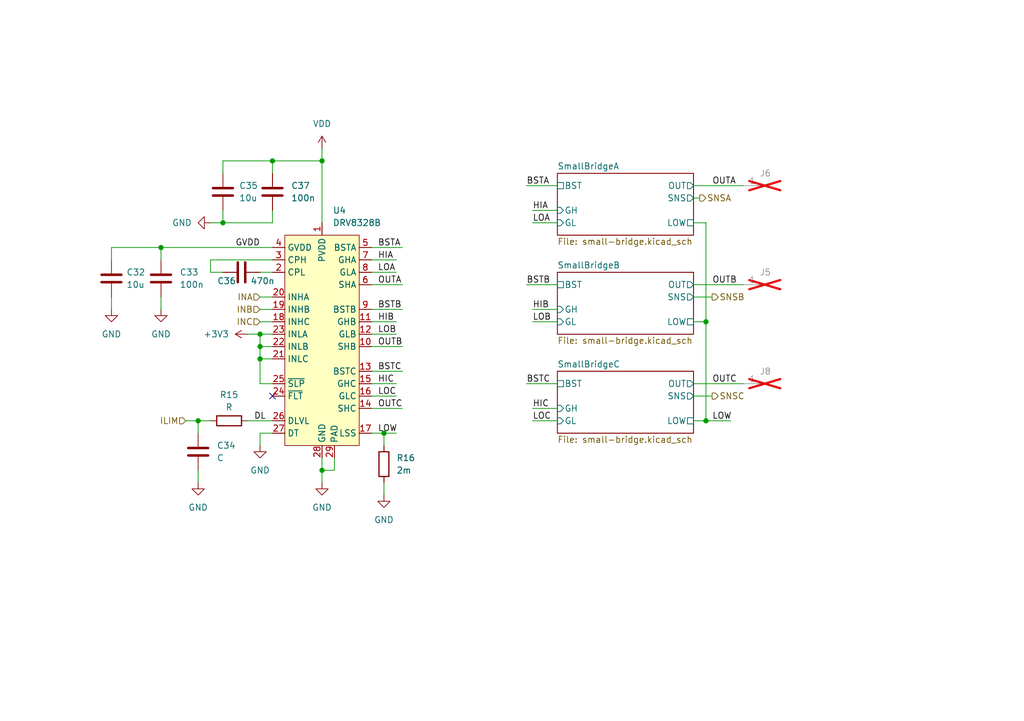
<source format=kicad_sch>
(kicad_sch (version 20231120) (generator "eeschema") (generator_version "8.0")
  (paper "A5")
  (lib_symbols
    (symbol "Connector:Conn_01x01_Pin" (pin_names (offset 1.016) hide)
      (property "Reference" "J" (at 0 2.54 0))
      (property "Value" "Conn_01x01_Pin" (at 0 -2.54 0))
      (symbol "Conn_01x01_Pin_1_1"
        (polyline (pts (xy 1.27 0) (xy 0.8636 0)) (stroke (width 0.1524)))
        (rectangle (start 0.8636 0.127) (end 0 -0.127) (stroke (width 0.1524)) (fill (type outline)))
        (pin passive line (at 5.08 0 180) (length 3.81) (name "Pin_1") (number "1"))
      )
    )
    (symbol "Device:C" (pin_numbers hide) (pin_names (offset 0.254))
      (property "Reference" "C" (at 0.635 2.54 0))
      (property "Value" "C" (at 0.635 -2.54 0))
      (symbol "C_0_1"
        (polyline (pts (xy -2.032 -0.762) (xy 2.032 -0.762)) (stroke (width 0.508)))
        (polyline (pts (xy -2.032 0.762) (xy 2.032 0.762)) (stroke (width 0.508)))
      )
      (symbol "C_1_1"
        (pin passive line (at 0 3.81 270) (length 2.794) (name "~") (number "1"))
        (pin passive line (at 0 -3.81 90) (length 2.794) (name "~") (number "2"))
      )
    )
    (symbol "Device:R" (pin_numbers hide) (pin_names (offset 0))
      (property "Reference" "R" (at 2.032 0 90))
      (property "Value" "R" (at 0 0 90))
      (symbol "R_0_1"
        (rectangle (start -1.016 -2.54) (end 1.016 2.54) (stroke (width 0.254)))
      )
      (symbol "R_1_1"
        (pin passive line (at 0 3.81 270) (length 1.27) (name "~") (number "1"))
        (pin passive line (at 0 -3.81 90) (length 1.27) (name "~") (number "2"))
      )
    )
    (symbol "User_Symbols:DRV8328B"
      (property "Reference" "U" (at -6.604 23.368 0))
      (property "Value" "DRV8328B" (at 5.842 23.114 0))
      (symbol "DRV8328B_1_1"
        (rectangle (start -7.62 21.59) (end 7.62 -21.59) (fill (type background)))
        (pin power_in line (at 0 24.13 270) (length 2.54) (name "PVDD") (number "1"))
        (pin passive line (at 10.16 -1.27 180) (length 2.54) (name "SHB") (number "10"))
        (pin output line (at 10.16 3.81 180) (length 2.54) (name "GHB") (number "11"))
        (pin output line (at 10.16 1.27 180) (length 2.54) (name "GLB") (number "12"))
        (pin output line (at 10.16 -6.35 180) (length 2.54) (name "BSTC") (number "13"))
        (pin passive line (at 10.16 -13.97 180) (length 2.54) (name "SHC") (number "14"))
        (pin output line (at 10.16 -8.89 180) (length 2.54) (name "GHC") (number "15"))
        (pin output line (at 10.16 -11.43 180) (length 2.54) (name "GLC") (number "16"))
        (pin passive line (at 10.16 -19.05 180) (length 2.54) (name "LSS") (number "17"))
        (pin input line (at -10.16 3.81 0) (length 2.54) (name "INHC") (number "18"))
        (pin input line (at -10.16 6.35 0) (length 2.54) (name "INHB") (number "19"))
        (pin passive line (at -10.16 13.97 0) (length 2.54) (name "CPL") (number "2"))
        (pin input line (at -10.16 8.89 0) (length 2.54) (name "INHA") (number "20"))
        (pin input line (at -10.16 -3.81 0) (length 2.54) (name "INLC") (number "21"))
        (pin input line (at -10.16 -1.27 0) (length 2.54) (name "INLB") (number "22"))
        (pin input line (at -10.16 1.27 0) (length 2.54) (name "INLA") (number "23"))
        (pin open_collector line (at -10.16 -11.43 0) (length 2.54) (name "~{FLT}") (number "24"))
        (pin input line (at -10.16 -8.89 0) (length 2.54) (name "~{SLP}") (number "25"))
        (pin input line (at -10.16 -16.51 0) (length 2.54) (name "DLVL") (number "26"))
        (pin input line (at -10.16 -19.05 0) (length 2.54) (name "DT") (number "27"))
        (pin power_in line (at 0 -24.13 90) (length 2.54) (name "GND") (number "28"))
        (pin passive line (at 2.54 -24.13 90) (length 2.54) (name "PAD") (number "29"))
        (pin passive line (at -10.16 16.51 0) (length 2.54) (name "CPH") (number "3"))
        (pin power_out line (at -10.16 19.05 0) (length 2.54) (name "GVDD") (number "4"))
        (pin output line (at 10.16 19.05 180) (length 2.54) (name "BSTA") (number "5"))
        (pin passive line (at 10.16 11.43 180) (length 2.54) (name "SHA") (number "6"))
        (pin output line (at 10.16 16.51 180) (length 2.54) (name "GHA") (number "7"))
        (pin output line (at 10.16 13.97 180) (length 2.54) (name "GLA") (number "8"))
        (pin output line (at 10.16 6.35 180) (length 2.54) (name "BSTB") (number "9"))
      )
    )
    (symbol "power:+3V3" (power) (pin_numbers hide) (pin_names (offset 0) hide)
      (property "Value" "+3V3" (at 0 3.556 0))
      (symbol "+3V3_0_1"
        (polyline (pts (xy -0.762 1.27) (xy 0 2.54)))
        (polyline (pts (xy 0 0) (xy 0 2.54)))
        (polyline (pts (xy 0 2.54) (xy 0.762 1.27)))
      )
      (symbol "+3V3_1_1"
        (pin power_in line (at 0 0 90) (length 0) (name "~") (number "1"))
      )
    )
    (symbol "power:GND" (power) (pin_numbers hide) (pin_names (offset 0) hide)
      (property "Value" "GND" (at 0 -3.81 0))
      (symbol "GND_0_1"
        (polyline (pts (xy 0 0) (xy 0 -1.27) (xy 1.27 -1.27) (xy 0 -2.54) (xy -1.27 -1.27) (xy 0 -1.27)))
      )
      (symbol "GND_1_1"
        (pin power_in line (at 0 0 270) (length 0) (name "~") (number "1"))
      )
    )
    (symbol "power:VDD" (power) (pin_numbers hide) (pin_names (offset 0) hide)
      (property "Value" "VDD" (at 0 3.556 0))
      (symbol "VDD_0_1"
        (polyline (pts (xy -0.762 1.27) (xy 0 2.54)))
        (polyline (pts (xy 0 0) (xy 0 2.54)))
        (polyline (pts (xy 0 2.54) (xy 0.762 1.27)))
      )
      (symbol "VDD_1_1"
        (pin power_in line (at 0 0 90) (length 0) (name "~") (number "1"))
      )
    )
  )
  (junction (at 45.72 45.72))
  (junction (at 144.78 66.04))
  (junction (at 66.04 33.02))
  (junction (at 78.74 88.9))
  (junction (at 40.64 86.36))
  (junction (at 144.78 86.36))
  (junction (at 53.34 68.58))
  (junction (at 33.02 50.8))
  (junction (at 55.88 33.02))
  (junction (at 53.34 71.12))
  (junction (at 53.34 73.66))
  (junction (at 66.04 96.52))
  (no_connect (at 55.88 81.28))
  (wire (pts (xy 76.2 76.2) (xy 82.55 76.2)))
  (wire (pts (xy 33.02 50.8) (xy 55.88 50.8)))
  (wire (pts (xy 66.04 96.52) (xy 66.04 99.06)))
  (wire (pts (xy 22.86 60.96) (xy 22.86 63.5)))
  (wire (pts (xy 33.02 53.34) (xy 33.02 50.8)))
  (wire (pts (xy 107.95 58.42) (xy 114.3 58.42)))
  (wire (pts (xy 53.34 88.9) (xy 55.88 88.9)))
  (wire (pts (xy 142.24 86.36) (xy 144.78 86.36)))
  (wire (pts (xy 66.04 30.48) (xy 66.04 33.02)))
  (wire (pts (xy 109.22 63.5) (xy 114.3 63.5)))
  (wire (pts (xy 55.88 33.02) (xy 66.04 33.02)))
  (wire (pts (xy 53.34 68.58) (xy 53.34 71.12)))
  (wire (pts (xy 45.72 35.56) (xy 45.72 33.02)))
  (wire (pts (xy 22.86 53.34) (xy 22.86 50.8)))
  (wire (pts (xy 107.95 78.74) (xy 114.3 78.74)))
  (wire (pts (xy 55.88 45.72) (xy 55.88 43.18)))
  (wire (pts (xy 76.2 83.82) (xy 82.55 83.82)))
  (wire (pts (xy 66.04 33.02) (xy 66.04 45.72)))
  (wire (pts (xy 107.95 38.1) (xy 114.3 38.1)))
  (wire (pts (xy 76.2 81.28) (xy 81.28 81.28)))
  (wire (pts (xy 50.8 68.58) (xy 53.34 68.58)))
  (wire (pts (xy 33.02 60.96) (xy 33.02 63.5)))
  (wire (pts (xy 78.74 91.44) (xy 78.74 88.9)))
  (wire (pts (xy 45.72 45.72) (xy 45.72 43.18)))
  (wire (pts (xy 45.72 33.02) (xy 55.88 33.02)))
  (wire (pts (xy 144.78 66.04) (xy 142.24 66.04)))
  (wire (pts (xy 76.2 71.12) (xy 82.55 71.12)))
  (wire (pts (xy 76.2 50.8) (xy 82.55 50.8)))
  (wire (pts (xy 53.34 71.12) (xy 55.88 71.12)))
  (wire (pts (xy 38.1 86.36) (xy 40.64 86.36)))
  (wire (pts (xy 142.24 60.96) (xy 146.05 60.96)))
  (wire (pts (xy 109.22 45.72) (xy 114.3 45.72)))
  (wire (pts (xy 144.78 86.36) (xy 149.86 86.36)))
  (wire (pts (xy 109.22 66.04) (xy 114.3 66.04)))
  (wire (pts (xy 109.22 86.36) (xy 114.3 86.36)))
  (wire (pts (xy 53.34 73.66) (xy 53.34 71.12)))
  (wire (pts (xy 55.88 53.34) (xy 43.18 53.34)))
  (wire (pts (xy 66.04 96.52) (xy 68.58 96.52)))
  (wire (pts (xy 144.78 86.36) (xy 144.78 66.04)))
  (wire (pts (xy 76.2 66.04) (xy 81.28 66.04)))
  (wire (pts (xy 53.34 91.44) (xy 53.34 88.9)))
  (wire (pts (xy 76.2 53.34) (xy 81.28 53.34)))
  (wire (pts (xy 76.2 58.42) (xy 82.55 58.42)))
  (wire (pts (xy 22.86 50.8) (xy 33.02 50.8)))
  (wire (pts (xy 53.34 68.58) (xy 55.88 68.58)))
  (wire (pts (xy 53.34 55.88) (xy 55.88 55.88)))
  (wire (pts (xy 50.8 86.36) (xy 55.88 86.36)))
  (wire (pts (xy 66.04 93.98) (xy 66.04 96.52)))
  (wire (pts (xy 78.74 88.9) (xy 81.28 88.9)))
  (wire (pts (xy 53.34 66.04) (xy 55.88 66.04)))
  (wire (pts (xy 142.24 78.74) (xy 152.4 78.74)))
  (wire (pts (xy 78.74 88.9) (xy 76.2 88.9)))
  (wire (pts (xy 142.24 40.64) (xy 143.51 40.64)))
  (wire (pts (xy 144.78 66.04) (xy 144.78 45.72)))
  (wire (pts (xy 43.18 55.88) (xy 45.72 55.88)))
  (wire (pts (xy 55.88 73.66) (xy 53.34 73.66)))
  (wire (pts (xy 55.88 33.02) (xy 55.88 35.56)))
  (wire (pts (xy 68.58 96.52) (xy 68.58 93.98)))
  (wire (pts (xy 142.24 81.28) (xy 146.05 81.28)))
  (wire (pts (xy 43.18 53.34) (xy 43.18 55.88)))
  (wire (pts (xy 53.34 73.66) (xy 53.34 78.74)))
  (wire (pts (xy 109.22 83.82) (xy 114.3 83.82)))
  (wire (pts (xy 144.78 45.72) (xy 142.24 45.72)))
  (wire (pts (xy 142.24 58.42) (xy 152.4 58.42)))
  (wire (pts (xy 76.2 68.58) (xy 81.28 68.58)))
  (wire (pts (xy 78.74 99.06) (xy 78.74 101.6)))
  (wire (pts (xy 43.18 45.72) (xy 45.72 45.72)))
  (wire (pts (xy 76.2 78.74) (xy 81.28 78.74)))
  (wire (pts (xy 76.2 55.88) (xy 81.28 55.88)))
  (wire (pts (xy 45.72 45.72) (xy 55.88 45.72)))
  (wire (pts (xy 53.34 60.96) (xy 55.88 60.96)))
  (wire (pts (xy 40.64 88.9) (xy 40.64 86.36)))
  (wire (pts (xy 40.64 86.36) (xy 43.18 86.36)))
  (wire (pts (xy 53.34 78.74) (xy 55.88 78.74)))
  (wire (pts (xy 109.22 43.18) (xy 114.3 43.18)))
  (wire (pts (xy 76.2 63.5) (xy 82.55 63.5)))
  (wire (pts (xy 40.64 96.52) (xy 40.64 99.06)))
  (wire (pts (xy 142.24 38.1) (xy 152.4 38.1)))
  (wire (pts (xy 53.34 63.5) (xy 55.88 63.5)))
  (label "BSTC" (at 107.95 78.74 0))
  (label "HIB" (at 77.47 66.04 0))
  (label "LOA" (at 109.22 45.72 0))
  (label "HIC" (at 109.22 83.82 0))
  (label "OUTA" (at 77.47 58.42 0))
  (label "LOB" (at 109.22 66.04 0))
  (label "GVDD" (at 48.26 50.8 0))
  (label "LOC" (at 109.22 86.36 0))
  (label "OUTC" (at 146.05 78.74 0))
  (label "HIB" (at 109.22 63.5 0))
  (label "BSTA" (at 107.95 38.1 0))
  (label "LOB" (at 77.47 68.58 0))
  (label "OUTC" (at 77.47 83.82 0))
  (label "BSTB" (at 107.95 58.42 0))
  (label "LOC" (at 77.47 81.28 0))
  (label "HIA" (at 77.47 53.34 0))
  (label "BSTA" (at 77.47 50.8 0))
  (label "HIC" (at 77.47 78.74 0))
  (label "LOW" (at 146.05 86.36 0))
  (label "DL" (at 52.07 86.36 0))
  (label "HIA" (at 109.22 43.18 0))
  (label "OUTA" (at 146.05 38.1 0))
  (label "LOA" (at 77.47 55.88 0))
  (label "OUTB" (at 146.05 58.42 0))
  (label "LOW" (at 77.47 88.9 0))
  (label "BSTC" (at 77.47 76.2 0))
  (label "BSTB" (at 77.47 63.5 0))
  (label "OUTB" (at 77.47 71.12 0))
  (hierarchical_label "SNSC" (shape output) (at 146.05 81.28 0))
  (hierarchical_label "SNSA" (shape output) (at 143.51 40.64 0))
  (hierarchical_label "SNSB" (shape output) (at 146.05 60.96 0))
  (hierarchical_label "INC" (shape input) (at 53.34 66.04 180))
  (hierarchical_label "ILIM" (shape input) (at 38.1 86.36 180))
  (hierarchical_label "INB" (shape input) (at 53.34 63.5 180))
  (hierarchical_label "INA" (shape input) (at 53.34 60.96 180))
  (symbol (lib_id "power:GND") (at 33.02 63.5 0) (unit 1)
    (property "Reference" "#PWR047" (effects (hide yes)))
    (property "Value" "GND" (at 33.02 68.58 0))
    (property "Description" "Power symbol creates a global label with name \"GND\" , ground" (effects (hide yes)))
    (instances (project "combat-control" (path "" (reference "#PWR047") (unit 1)) (path "" (reference "#PWR034") (unit 1))))
  )
  (symbol (lib_id "power:GND") (at 66.04 99.06 0) (unit 1)
    (property "Reference" "#PWR053" (effects (hide yes)))
    (property "Value" "GND" (at 66.04 104.14 0))
    (property "Description" "Power symbol creates a global label with name \"GND\" , ground" (effects (hide yes)))
    (instances (project "combat-control" (path "" (reference "#PWR053") (unit 1)) (path "" (reference "#PWR040") (unit 1))))
  )
  (symbol (lib_id "power:GND") (at 53.34 91.44 0) (unit 1)
    (property "Reference" "#PWR051" (effects (hide yes)))
    (property "Value" "GND" (at 53.34 96.52 0))
    (property "Description" "Power symbol creates a global label with name \"GND\" , ground" (effects (hide yes)))
    (instances (project "combat-control" (path "" (reference "#PWR051") (unit 1)) (path "" (reference "#PWR038") (unit 1))))
  )
  (symbol (lib_id "Connector:Conn_01x01_Pin") (at 157.48 58.42 180) (unit 1) (in_bom no) (dnp yes)
    (property "Reference" "J5" (at 156.972 55.88 0))
    (property "Value" "Conn_01x01_Pin" (effects (hide yes)))
    (property "Footprint" "User_Footprints:Pad-P1.5" (effects (hide yes)))
    (property "Description" "Generic connector, single row, 01x01, script generated" (effects (hide yes)))
    (instances (project "combat-control" (path "" (reference "J5") (unit 1)) (path "" (reference "J4") (unit 1))))
  )
  (symbol (lib_id "power:VDD") (at 66.04 30.48 0) (unit 1)
    (property "Reference" "#PWR052" (effects (hide yes)))
    (property "Value" "VDD" (at 66.04 25.4 0))
    (property "Description" "Power symbol creates a global label with name \"VDD\"" (effects (hide yes)))
    (instances (project "combat-control" (path "" (reference "#PWR052") (unit 1)) (path "" (reference "#PWR039") (unit 1))))
  )
  (symbol (lib_id "Device:C") (at 55.88 39.37 0) (unit 1)
    (property "Reference" "C37" (at 59.69 38.0999 0) (effects (justify left)))
    (property "Value" "100n" (at 59.69 40.6399 0) (effects (justify left)))
    (property "Footprint" "Capacitor_SMD:C_0402_1005Metric" (effects (hide yes)))
    (property "Description" "Unpolarized capacitor" (effects (hide yes)))
    (property "LCSC" "C307331" (effects (hide yes)))
    (instances (project "combat-control" (path "" (reference "C37") (unit 1)) (path "" (reference "C29") (unit 1))))
  )
  (symbol (lib_id "power:GND") (at 43.18 45.72 270) (unit 1)
    (property "Reference" "#PWR049" (effects (hide yes)))
    (property "Value" "GND" (at 39.37 45.7199 90) (effects (justify right)))
    (property "Description" "Power symbol creates a global label with name \"GND\" , ground" (effects (hide yes)))
    (instances (project "combat-control" (path "" (reference "#PWR049") (unit 1)) (path "" (reference "#PWR036") (unit 1))))
  )
  (symbol (lib_id "User_Symbols:DRV8328B") (at 66.04 69.85 0) (unit 1)
    (property "Reference" "U4" (at 68.2341 43.18 0) (effects (justify left)))
    (property "Value" "DRV8328B" (at 68.2341 45.72 0) (effects (justify left)))
    (property "Footprint" "Package_DFN_QFN:QFN-28-1EP_4x4mm_P0.4mm_EP2.6x2.6mm" (effects (hide yes)))
    (property "Datasheet" "https://www.ti.com/lit/ds/symlink/drv8328.pdf?ts=1732917048811&ref_url=https%253A%252F%252Fwww.mouser.se%252F" (effects (hide yes)))
    (property "Description" "3 Phase BLDC Gate Driver" (effects (hide yes)))
    (property "LCSC" "C5218864" (effects (hide yes)))
    (instances (project "combat-control" (path "" (reference "U4") (unit 1)) (path "" (reference "U3") (unit 1))))
  )
  (symbol (lib_id "Device:C") (at 22.86 57.15 0) (unit 1)
    (property "Reference" "C32" (at 25.908 55.88 0) (effects (justify left)))
    (property "Value" "10u" (at 25.908 58.42 0) (effects (justify left)))
    (property "Footprint" "Capacitor_SMD:C_0603_1608Metric" (effects (hide yes)))
    (property "Description" "Unpolarized capacitor" (effects (hide yes)))
    (property "LCSC" "C96446" (effects (hide yes)))
    (instances (project "combat-control" (path "" (reference "C32") (unit 1)) (path "" (reference "C24") (unit 1))))
  )
  (symbol (lib_id "Connector:Conn_01x01_Pin") (at 157.48 38.1 180) (unit 1) (in_bom no) (dnp yes)
    (property "Reference" "J6" (at 156.972 35.56 0))
    (property "Value" "Conn_01x01_Pin" (effects (hide yes)))
    (property "Footprint" "User_Footprints:Pad-P1.5" (effects (hide yes)))
    (property "Description" "Generic connector, single row, 01x01, script generated" (effects (hide yes)))
    (instances (project "" (path "" (reference "J6") (unit 1)) (path "" (reference "J3") (unit 1))))
  )
  (symbol (lib_id "Device:C") (at 40.64 92.71 0) (unit 1)
    (property "Reference" "C34" (at 44.45 91.4399 0) (effects (justify left)))
    (property "Value" "C" (at 44.45 93.9799 0) (effects (justify left)))
    (property "Footprint" "Capacitor_SMD:C_0402_1005Metric" (effects (hide yes)))
    (property "Description" "Unpolarized capacitor" (effects (hide yes)))
    (instances (project "" (path "" (reference "C34") (unit 1)) (path "" (reference "C26") (unit 1))))
  )
  (symbol (lib_id "Connector:Conn_01x01_Pin") (at 157.48 78.74 180) (unit 1) (in_bom no) (dnp yes)
    (property "Reference" "J8" (at 156.972 76.2 0))
    (property "Value" "Conn_01x01_Pin" (effects (hide yes)))
    (property "Footprint" "User_Footprints:Pad-P1.5" (effects (hide yes)))
    (property "Description" "Generic connector, single row, 01x01, script generated" (effects (hide yes)))
    (instances (project "combat-control" (path "" (reference "J8") (unit 1)) (path "" (reference "J7") (unit 1))))
  )
  (symbol (lib_id "Device:R") (at 78.74 95.25 0) (unit 1)
    (property "Reference" "R16" (at 81.28 93.9799 0) (effects (justify left)))
    (property "Value" "2m" (at 81.28 96.5199 0) (effects (justify left)))
    (property "Footprint" "Resistor_SMD:R_1206_3216Metric" (effects (hide yes)))
    (property "Description" "Resistor" (effects (hide yes)))
    (property "LCSC" "C601094" (effects (hide yes)))
    (instances (project "combat-control" (path "" (reference "R16") (unit 1)) (path "" (reference "R6") (unit 1))))
  )
  (symbol (lib_id "power:GND") (at 78.74 101.6 0) (unit 1)
    (property "Reference" "#PWR054" (effects (hide yes)))
    (property "Value" "GND" (at 78.74 106.68 0))
    (property "Description" "Power symbol creates a global label with name \"GND\" , ground" (effects (hide yes)))
    (instances (project "combat-control" (path "" (reference "#PWR054") (unit 1)) (path "" (reference "#PWR041") (unit 1))))
  )
  (symbol (lib_id "Device:C") (at 45.72 39.37 0) (unit 1)
    (property "Reference" "C35" (at 49.022 38.1 0) (effects (justify left)))
    (property "Value" "10u" (at 49.022 40.64 0) (effects (justify left)))
    (property "Footprint" "Capacitor_SMD:C_0805_2012Metric" (effects (hide yes)))
    (property "Description" "Unpolarized capacitor" (effects (hide yes)))
    (property "LCSC" "C440198" (effects (hide yes)))
    (instances (project "combat-control" (path "" (reference "C35") (unit 1)) (path "" (reference "C27") (unit 1))))
  )
  (symbol (lib_id "power:GND") (at 40.64 99.06 0) (unit 1)
    (property "Reference" "#PWR048" (effects (hide yes)))
    (property "Value" "GND" (at 40.64 104.14 0))
    (property "Description" "Power symbol creates a global label with name \"GND\" , ground" (effects (hide yes)))
    (instances (project "combat-control" (path "" (reference "#PWR048") (unit 1)) (path "" (reference "#PWR035") (unit 1))))
  )
  (symbol (lib_id "Device:C") (at 49.53 55.88 270) (unit 1)
    (property "Reference" "C36" (at 46.482 57.658 90))
    (property "Value" "470n" (at 53.848 57.658 90))
    (property "Footprint" "Capacitor_SMD:C_0603_1608Metric" (effects (hide yes)))
    (property "Description" "Unpolarized capacitor" (effects (hide yes)))
    (property "LCSC" "C1623" (effects (hide yes)))
    (instances (project "combat-control" (path "" (reference "C36") (unit 1)) (path "" (reference "C28") (unit 1))))
  )
  (symbol (lib_id "Device:R") (at 46.99 86.36 90) (unit 1)
    (property "Reference" "R15" (at 46.99 81.026 90))
    (property "Value" "R" (at 46.99 83.566 90))
    (property "Footprint" "Resistor_SMD:R_0402_1005Metric" (effects (hide yes)))
    (property "Description" "Resistor" (effects (hide yes)))
    (instances (project "" (path "" (reference "R15") (unit 1)) (path "" (reference "R5") (unit 1))))
  )
  (symbol (lib_id "power:GND") (at 22.86 63.5 0) (unit 1)
    (property "Reference" "#PWR046" (effects (hide yes)))
    (property "Value" "GND" (at 22.86 68.58 0))
    (property "Description" "Power symbol creates a global label with name \"GND\" , ground" (effects (hide yes)))
    (instances (project "combat-control" (path "" (reference "#PWR046") (unit 1)) (path "" (reference "#PWR033") (unit 1))))
  )
  (symbol (lib_id "power:+3V3") (at 50.8 68.58 90) (unit 1)
    (property "Reference" "#PWR050" (effects (hide yes)))
    (property "Value" "+3V3" (at 46.99 68.5799 90) (effects (justify left)))
    (property "Description" "Power symbol creates a global label with name \"+3V3\"" (effects (hide yes)))
    (instances (project "combat-control" (path "" (reference "#PWR050") (unit 1)) (path "" (reference "#PWR037") (unit 1))))
  )
  (symbol (lib_id "Device:C") (at 33.02 57.15 0) (unit 1)
    (property "Reference" "C33" (at 36.83 55.8799 0) (effects (justify left)))
    (property "Value" "100n" (at 36.83 58.4199 0) (effects (justify left)))
    (property "Footprint" "Capacitor_SMD:C_0402_1005Metric" (effects (hide yes)))
    (property "Description" "Unpolarized capacitor" (effects (hide yes)))
    (property "LCSC" "C307331" (effects (hide yes)))
    (instances (project "combat-control" (path "" (reference "C33") (unit 1)) (path "" (reference "C25") (unit 1))))
  )
  (sheet (at 114.3 35.56) (size 27.94 12.7) (stroke (width 0.1524))
    (property "Sheetname" "SmallBridgeA" (at 114.3 34.8484 0) (effects (justify left bottom)))
    (property "Sheetfile" "small-bridge.kicad_sch" (at 114.3 48.8446 0) (effects (justify left top)))
    (pin "BST" passive (at 114.3 38.1 180))
    (pin "OUT" output (at 142.24 38.1 0))
    (pin "GL" input (at 114.3 45.72 180))
    (pin "GH" input (at 114.3 43.18 180))
    (pin "SNS" output (at 142.24 40.64 0))
    (pin "LOW" passive (at 142.24 45.72 0))
  )
  (sheet (at 114.3 55.88) (size 27.94 12.7) (stroke (width 0.1524))
    (property "Sheetname" "SmallBridgeB" (at 114.3 55.1684 0) (effects (justify left bottom)))
    (property "Sheetfile" "small-bridge.kicad_sch" (at 114.3 69.1646 0) (effects (justify left top)))
    (pin "BST" passive (at 114.3 58.42 180))
    (pin "OUT" output (at 142.24 58.42 0))
    (pin "GL" input (at 114.3 66.04 180))
    (pin "GH" input (at 114.3 63.5 180))
    (pin "SNS" output (at 142.24 60.96 0))
    (pin "LOW" passive (at 142.24 66.04 0))
  )
  (sheet (at 114.3 76.2) (size 27.94 12.7) (stroke (width 0.1524))
    (property "Sheetname" "SmallBridgeC" (at 114.3 75.4884 0) (effects (justify left bottom)))
    (property "Sheetfile" "small-bridge.kicad_sch" (at 114.3 89.4846 0) (effects (justify left top)))
    (pin "BST" passive (at 114.3 78.74 180))
    (pin "OUT" output (at 142.24 78.74 0))
    (pin "GL" input (at 114.3 86.36 180))
    (pin "GH" input (at 114.3 83.82 180))
    (pin "SNS" output (at 142.24 81.28 0))
    (pin "LOW" passive (at 142.24 86.36 0))
  )
)
</source>
